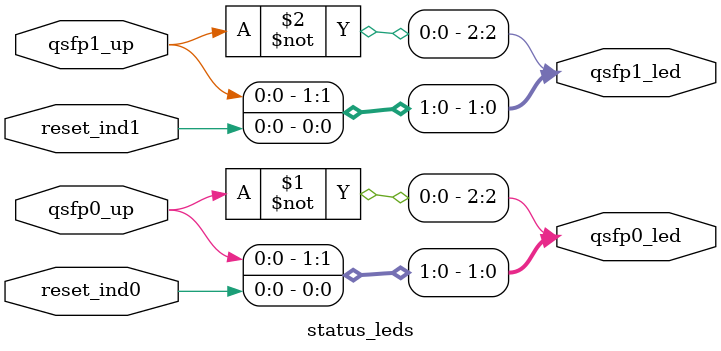
<source format=v>
module status_leds
(
    input qsfp0_up, qsfp1_up,

    input reset_ind0, reset_ind1,

    output[2:0] qsfp0_led, qsfp1_led
);

assign qsfp0_led = {~qsfp0_up, qsfp0_up, reset_ind0};
assign qsfp1_led = {~qsfp1_up, qsfp1_up, reset_ind1};

endmodule
</source>
